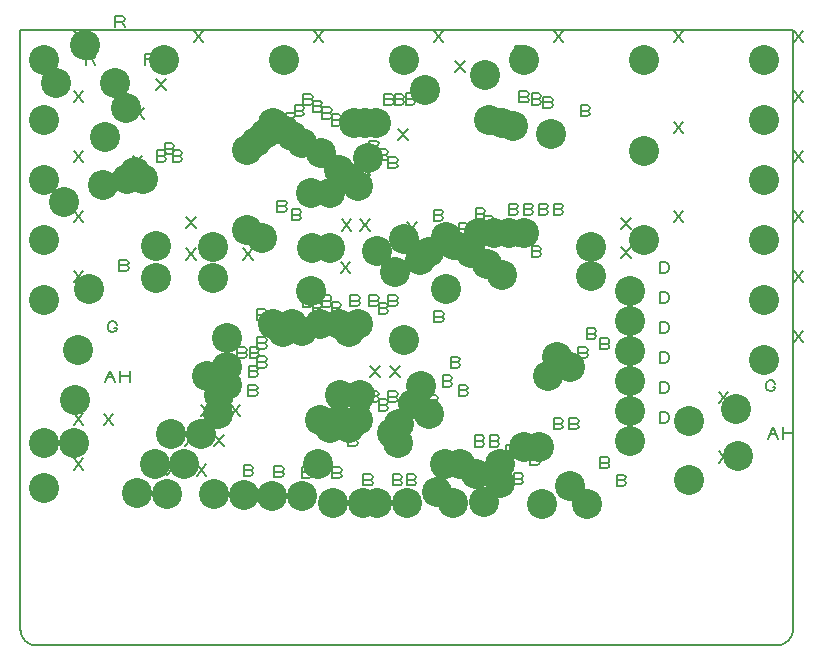
<source format=gbr>
G04 #@! TF.Part,Single*
G04 #@! TF.FileFunction,Drillmap *
G04 #@! TF.FilePolarity,Positive *
%FSLAX35Y35*%
%MOIN*%
%ADD10C,0.00500*%
G04 #@! TA.AperFunction,ViaPad*
%ADD20C,0.10000*%
X0Y0D02*
D02*
D10*
X142450Y9569D02*
X389310D01*
G75*
G03X394807Y15066J5497*
G01*
Y214707*
X137170*
Y14849*
G75*
G03X142450Y9569I5280*
G01*
X154985Y68144D02*
X158110Y71894D01*
X154985D02*
X158110Y68144D01*
X154985Y83144D02*
X158110Y86894D01*
X154985D02*
X158110Y83144D01*
X154985Y130644D02*
X158110Y134394D01*
X154985D02*
X158110Y130644D01*
X154985Y150644D02*
X158110Y154394D01*
X154985D02*
X158110Y150644D01*
X154985Y170644D02*
X158110Y174394D01*
X154985D02*
X158110Y170644D01*
X154985Y190644D02*
X158110Y194394D01*
X154985D02*
X158110Y190644D01*
X154985Y210644D02*
X158110Y214394D01*
X154985D02*
X158110Y210644D01*
X158973Y203052D02*
Y206802D01*
X161161*
X161786Y206489*
X162098Y205864*
X161786Y205239*
X161161Y204927*
X158973*
X161161D02*
X162098Y203052D01*
X161560Y163364D02*
X164685Y167114D01*
X161560D02*
X164685Y163364D01*
X164930Y83116D02*
X168055Y86866D01*
X164930D02*
X168055Y83116D01*
X165437Y97396D02*
X167000Y101146D01*
X168563Y97396*
X166063Y98959D02*
X167937D01*
X170437Y97396D02*
Y101146D01*
Y99271D02*
X173563D01*
Y97396D02*
Y101146D01*
X168452Y115494D02*
X169389D01*
Y115181*
X169077Y114557*
X168764Y114244*
X168139Y113931*
X167514*
X166889Y114244*
X166577Y114557*
X166264Y115181*
Y116431*
X166577Y117057*
X166889Y117369*
X167514Y117681*
X168139*
X168764Y117369*
X169077Y117057*
X169389Y116431*
X168816Y215650D02*
Y219400D01*
X171003*
X171628Y219088*
X171941Y218463*
X171628Y217838*
X171003Y217525*
X168816*
X171003D02*
X171941Y215650D01*
X172365Y136285D02*
X172990Y135972D01*
X173302Y135348*
X172990Y134722*
X172365Y134410*
X170177*
Y138160*
X172365*
X172990Y137848*
X173302Y137222*
X172990Y136598*
X172365Y136285*
X170177*
X174665Y168980D02*
X177790Y172730D01*
X174665D02*
X177790Y168980D01*
X175413Y185080D02*
X178539Y188830D01*
X175413D02*
X178539Y185080D01*
X178658Y203052D02*
Y206802D01*
X180846*
X181471Y206489*
X181783Y205864*
X181471Y205239*
X180846Y204927*
X178658*
X180846D02*
X181783Y203052D01*
X182527Y194565D02*
X185652Y198315D01*
X182527D02*
X185652Y194565D01*
X184839Y172728D02*
X185465Y172415D01*
X185777Y171790*
X185465Y171165*
X184839Y170852*
X182652*
Y174602*
X184839*
X185465Y174290*
X185777Y173665*
X185465Y173040*
X184839Y172728*
X182652*
X187460Y175224D02*
X188085Y174911D01*
X188398Y174286*
X188085Y173661*
X187460Y173348*
X185273*
Y177098*
X187460*
X188085Y176786*
X188398Y176161*
X188085Y175536*
X187460Y175224*
X185273*
X186022Y66392D02*
X189147Y70142D01*
X186022D02*
X189147Y66392D01*
X190081Y172728D02*
X190706Y172415D01*
X191019Y171790*
X190706Y171165*
X190081Y170852*
X187894*
Y174602*
X190081*
X190706Y174290*
X191019Y173665*
X190706Y173040*
X190081Y172728*
X187894*
X191887Y76002D02*
X195013Y79752D01*
X191887D02*
X195013Y76002D01*
X192511Y138154D02*
X195637Y141904D01*
X192511D02*
X195637Y138154D01*
X192511Y148637D02*
X195637Y152387D01*
X192511D02*
X195637Y148637D01*
X194985Y210644D02*
X198110Y214394D01*
X194985D02*
X198110Y210644D01*
X196006Y66143D02*
X199131Y69893D01*
X196006D02*
X199131Y66143D01*
X197254Y86111D02*
X200379Y89861D01*
X197254D02*
X200379Y86111D01*
X201872Y76002D02*
X204997Y79752D01*
X201872D02*
X204997Y76002D01*
X207238Y86111D02*
X210363Y89861D01*
X207238D02*
X210363Y86111D01*
X211672Y107206D02*
X212297Y106893D01*
X212610Y106269*
X212297Y105643*
X211672Y105331*
X209485*
Y109081*
X211672*
X212297Y108769*
X212610Y108143*
X212297Y107519*
X211672Y107206*
X209485*
X211481Y138154D02*
X214607Y141904D01*
X211481D02*
X214607Y138154D01*
X211481Y148263D02*
X214607Y152013D01*
X211481D02*
X214607Y148263D01*
X213794Y67893D02*
X214419Y67580D01*
X214731Y66956*
X214419Y66330*
X213794Y66018*
X211606*
Y69768*
X213794*
X214419Y69456*
X214731Y68830*
X214419Y68206*
X213794Y67893*
X211606*
X215291Y94607D02*
X215917Y94295D01*
X216229Y93670*
X215917Y93045*
X215291Y92732*
X213104*
Y96482*
X215291*
X215917Y96170*
X216229Y95545*
X215917Y94920*
X215291Y94607*
X213104*
X215541Y100907D02*
X216166Y100594D01*
X216479Y99969*
X216166Y99344*
X215541Y99031*
X213354*
Y102781*
X215541*
X216166Y102469*
X216479Y101844*
X216166Y101219*
X215541Y100907*
X213354*
X215915Y107206D02*
X216541Y106893D01*
X216853Y106269*
X216541Y105643*
X215915Y105331*
X213728*
Y109081*
X215915*
X216541Y108769*
X216853Y108143*
X216541Y107519*
X215915Y107206*
X213728*
X218287Y104056D02*
X218912Y103744D01*
X219224Y103119*
X218912Y102494*
X218287Y102181*
X216099*
Y105931*
X218287*
X218912Y105619*
X219224Y104994*
X218912Y104369*
X218287Y104056*
X216099*
X218287Y110356D02*
X218912Y110043D01*
X219224Y109418*
X218912Y108793*
X218287Y108480*
X216099*
Y112230*
X218287*
X218912Y111918*
X219224Y111293*
X218912Y110668*
X218287Y110356*
X216099*
X218287Y119804D02*
X218912Y119492D01*
X219224Y118867*
X218912Y118242*
X218287Y117929*
X216099*
Y121679*
X218287*
X218912Y121367*
X219224Y120742*
X218912Y120117*
X218287Y119804*
X216099*
X224028Y67519D02*
X224653Y67206D01*
X224965Y66581*
X224653Y65956*
X224028Y65643*
X221840*
Y69393*
X224028*
X224653Y69081*
X224965Y68456*
X224653Y67831*
X224028Y67519*
X221840*
X224776Y182587D02*
X225402Y182274D01*
X225714Y181650*
X225402Y181024*
X224776Y180712*
X222589*
Y184462*
X224776*
X225402Y184150*
X225714Y183524*
X225402Y182900*
X224776Y182587*
X222589*
X225026Y156004D02*
X225651Y155691D01*
X225964Y155067*
X225651Y154441*
X225026Y154129*
X222839*
Y157879*
X225026*
X225651Y157567*
X225964Y156941*
X225651Y156317*
X225026Y156004*
X222839*
X227772Y185333D02*
X228397Y185020D01*
X228709Y184395*
X228397Y183770*
X227772Y183457*
X225584*
Y187207*
X227772*
X228397Y186895*
X228709Y186270*
X228397Y185645*
X227772Y185333*
X225584*
X229893Y153133D02*
X230519Y152821D01*
X230831Y152196*
X230519Y151571*
X229893Y151258*
X227706*
Y155008*
X229893*
X230519Y154696*
X230831Y154071*
X230519Y153446*
X229893Y153133*
X227706*
X230767Y187826D02*
X231392Y187513D01*
X231705Y186889*
X231392Y186263*
X230767Y185951*
X228580*
Y189701*
X230767*
X231392Y189389*
X231705Y188763*
X231392Y188139*
X230767Y187826*
X228580*
X233263Y67269D02*
X233888Y66956D01*
X234201Y66331*
X233888Y65706*
X233263Y65394*
X231076*
Y69144*
X233263*
X233888Y68831*
X234201Y68206*
X233888Y67581*
X233263Y67269*
X231076*
X233637Y191573D02*
X234263Y191260D01*
X234575Y190635*
X234263Y190010*
X233637Y189698*
X231450*
Y193448*
X233637*
X234263Y193135*
X234575Y192510*
X234263Y191885*
X233637Y191573*
X231450*
X233644Y124429D02*
X234269Y124116D01*
X234582Y123491*
X234269Y122866*
X233644Y122554*
X231457*
Y126304*
X233644*
X234269Y125991*
X234582Y125366*
X234269Y124741*
X233644Y124429*
X231457*
X236794Y121933D02*
X237419Y121620D01*
X237731Y120995*
X237419Y120370*
X236794Y120057*
X234606*
Y123807*
X236794*
X237419Y123495*
X237731Y122870*
X237419Y122245*
X236794Y121933*
X234606*
X236882Y189326D02*
X237507Y189014D01*
X237820Y188389*
X237507Y187764*
X236882Y187451*
X234695*
Y191201*
X236882*
X237507Y190889*
X237820Y190264*
X237507Y189639*
X236882Y189326*
X234695*
X234985Y210644D02*
X238110Y214394D01*
X234985D02*
X238110Y210644D01*
X239943Y124429D02*
X240569Y124116D01*
X240881Y123491*
X240569Y122866*
X239943Y122554*
X237756*
Y126304*
X239943*
X240569Y125991*
X240881Y125366*
X240569Y124741*
X239943Y124429*
X237756*
X240002Y187080D02*
X240628Y186767D01*
X240940Y186143*
X240628Y185517*
X240002Y185205*
X237815*
Y188955*
X240002*
X240628Y188643*
X240940Y188017*
X240628Y187393*
X240002Y187080*
X237815*
X243093Y122057D02*
X243718Y121745D01*
X244031Y121120*
X243718Y120495*
X243093Y120182*
X240906*
Y123932*
X243093*
X243718Y123620*
X244031Y122995*
X243718Y122370*
X243093Y122057*
X240906*
X243122Y184709D02*
X243748Y184396D01*
X244060Y183771*
X243748Y183146*
X243122Y182833*
X240935*
Y186583*
X243122*
X243748Y186271*
X244060Y185646*
X243748Y185021*
X243122Y184709*
X240935*
X243372Y67144D02*
X243997Y66831D01*
X244310Y66207*
X243997Y65581*
X243372Y65269*
X241185*
Y69019*
X243372*
X243997Y68707*
X244310Y68081*
X243997Y67457*
X243372Y67144*
X241185*
X244055Y133661D02*
X247180Y137411D01*
X244055D02*
X247180Y133661D01*
X244180Y166235D02*
X247305Y169985D01*
X244180D02*
X247305Y166235D01*
X244305Y147889D02*
X247430Y151639D01*
X244305D02*
X247430Y147889D01*
X248614Y78002D02*
X249239Y77689D01*
X249552Y77065*
X249239Y76439*
X248614Y76127*
X246426*
Y79877*
X248614*
X249239Y79565*
X249552Y78939*
X249239Y78315*
X248614Y78002*
X246426*
X249392Y92604D02*
X250017Y92291D01*
X250330Y91667*
X250017Y91041*
X249392Y90729*
X247205*
Y94479*
X249392*
X250017Y94167*
X250330Y93541*
X250017Y92917*
X249392Y92604*
X247205*
X249392Y124554D02*
X250017Y124241D01*
X250330Y123616*
X250017Y122991*
X249392Y122678*
X247205*
Y126428*
X249392*
X250017Y126116*
X250330Y125491*
X250017Y124866*
X249392Y124554*
X247205*
X249487Y181589D02*
X250113Y181276D01*
X250425Y180651*
X250113Y180026*
X249487Y179713*
X247300*
Y183463*
X249487*
X250113Y183151*
X250425Y182526*
X250113Y181901*
X249487Y181589*
X247300*
X252542Y89733D02*
X253167Y89421D01*
X253480Y88796*
X253167Y88171*
X252542Y87858*
X250354*
Y91608*
X252542*
X253167Y91296*
X253480Y90671*
X253167Y90046*
X252542Y89733*
X250354*
X250545Y147889D02*
X253670Y151639D01*
X250545D02*
X253670Y147889D01*
X250545Y166235D02*
X253670Y169985D01*
X250545D02*
X253670Y166235D01*
X253731Y64773D02*
X254356Y64460D01*
X254669Y63835*
X254356Y63210*
X253731Y62898*
X251543*
Y66648*
X253731*
X254356Y66335*
X254669Y65710*
X254356Y65085*
X253731Y64773*
X251543*
X255691Y92604D02*
X256317Y92291D01*
X256629Y91667*
X256317Y91041*
X255691Y90729*
X253504*
Y94479*
X255691*
X256317Y94167*
X256629Y93541*
X256317Y92917*
X255691Y92604*
X253504*
X255691Y124554D02*
X256317Y124241D01*
X256629Y123616*
X256317Y122991*
X255691Y122678*
X253504*
Y126428*
X255691*
X256317Y126116*
X256629Y125491*
X256317Y124866*
X255691Y124554*
X253504*
X255691Y175972D02*
X256317Y175660D01*
X256629Y175035*
X256317Y174410*
X255691Y174097*
X253504*
Y177847*
X255691*
X256317Y177535*
X256629Y176910*
X256317Y176285*
X255691Y175972*
X253504*
X253790Y98966D02*
X256915Y102716D01*
X253790D02*
X256915Y98966D01*
X258841Y89733D02*
X259466Y89421D01*
X259779Y88796*
X259466Y88171*
X258841Y87858*
X256654*
Y91608*
X258841*
X259466Y91296*
X259779Y90671*
X259466Y90046*
X258841Y89733*
X256654*
X258841Y121933D02*
X259466Y121620D01*
X259779Y120995*
X259466Y120370*
X258841Y120057*
X256654*
Y123807*
X258841*
X259466Y123495*
X259779Y122870*
X259466Y122245*
X258841Y121933*
X256654*
X258848Y173102D02*
X259473Y172789D01*
X259785Y172165*
X259473Y171539*
X258848Y171227*
X256660*
Y174977*
X258848*
X259473Y174665*
X259785Y174039*
X259473Y173415*
X258848Y173102*
X256660*
X260720Y191573D02*
X261345Y191260D01*
X261657Y190635*
X261345Y190010*
X260720Y189698*
X258532*
Y193448*
X260720*
X261345Y193135*
X261657Y192510*
X261345Y191885*
X260720Y191573*
X258532*
X261968Y170481D02*
X262593Y170169D01*
X262906Y169544*
X262593Y168919*
X261968Y168606*
X259780*
Y172356*
X261968*
X262593Y172044*
X262906Y171419*
X262593Y170794*
X261968Y170481*
X259780*
X261991Y92479D02*
X262616Y92167D01*
X262928Y91542*
X262616Y90917*
X261991Y90604*
X259803*
Y94354*
X261991*
X262616Y94042*
X262928Y93417*
X262616Y92792*
X261991Y92479*
X259803*
X261991Y124554D02*
X262616Y124241D01*
X262928Y123616*
X262616Y122991*
X261991Y122678*
X259803*
Y126428*
X261991*
X262616Y126116*
X262928Y125491*
X262616Y124866*
X261991Y124554*
X259803*
X260529Y98966D02*
X263654Y102716D01*
X260529D02*
X263654Y98966D01*
X263465Y64773D02*
X264091Y64460D01*
X264403Y63835*
X264091Y63210*
X263465Y62898*
X261278*
Y66648*
X263465*
X264091Y66335*
X264403Y65710*
X264091Y65085*
X263465Y64773*
X261278*
X264214Y191573D02*
X264839Y191260D01*
X265152Y190635*
X264839Y190010*
X264214Y189698*
X262027*
Y193448*
X264214*
X264839Y193135*
X265152Y192510*
X264839Y191885*
X264214Y191573*
X262027*
X263150Y178091D02*
X266275Y181841D01*
X263150D02*
X266275Y178091D01*
X267833Y191698D02*
X268459Y191385D01*
X268771Y190760*
X268459Y190135*
X267833Y189822*
X265646*
Y193572*
X267833*
X268459Y193260*
X268771Y192635*
X268459Y192010*
X267833Y191698*
X265646*
X268176Y64773D02*
X268801Y64460D01*
X269114Y63835*
X268801Y63210*
X268176Y62898*
X265989*
Y66648*
X268176*
X268801Y66335*
X269114Y65710*
X268801Y65085*
X268176Y64773*
X265989*
X266145Y146890D02*
X269270Y150640D01*
X266145D02*
X269270Y146890D01*
X273325Y88236D02*
X273950Y87923D01*
X274263Y87298*
X273950Y86673*
X273325Y86361*
X271137*
Y90111*
X273325*
X273950Y89798*
X274263Y89173*
X273950Y88548*
X273325Y88236*
X271137*
X271886Y139901D02*
X275011Y143651D01*
X271886D02*
X275011Y139901D01*
X275322Y84741D02*
X275947Y84429D01*
X276259Y83804*
X275947Y83179*
X275322Y82866*
X273134*
Y86616*
X275322*
X275947Y86304*
X276259Y85679*
X275947Y85054*
X275322Y84741*
X273134*
X275446Y91231D02*
X276072Y90919D01*
X276384Y90294*
X276072Y89669*
X275446Y89356*
X273259*
Y93106*
X275446*
X276072Y92794*
X276384Y92169*
X276072Y91544*
X275446Y91231*
X273259*
X274985Y210644D02*
X278110Y214394D01*
X274985D02*
X278110Y210644D01*
X277194Y153009D02*
X277819Y152696D01*
X278131Y152071*
X277819Y151446*
X277194Y151133*
X275006*
Y154883*
X277194*
X277819Y154571*
X278131Y153946*
X277819Y153321*
X277194Y153009*
X275006*
X277319Y119187D02*
X277944Y118874D01*
X278256Y118250*
X277944Y117624*
X277319Y117312*
X275131*
Y121062*
X277319*
X277944Y120750*
X278256Y120124*
X277944Y119500*
X277319Y119187*
X275131*
X278176Y64773D02*
X278801Y64460D01*
X279114Y63835*
X278801Y63210*
X278176Y62898*
X275989*
Y66648*
X278176*
X278801Y66335*
X279114Y65710*
X278801Y65085*
X278176Y64773*
X275989*
X280189Y97757D02*
X280814Y97444D01*
X281127Y96820*
X280814Y96194*
X280189Y95882*
X278002*
Y99632*
X280189*
X280814Y99320*
X281127Y98694*
X280814Y98070*
X280189Y97757*
X278002*
X282685Y146020D02*
X283310Y145707D01*
X283623Y145082*
X283310Y144457*
X282685Y144144*
X280498*
Y147894*
X282685*
X283310Y147582*
X283623Y146957*
X283310Y146332*
X282685Y146020*
X280498*
X282810Y103961D02*
X283435Y103648D01*
X283748Y103024*
X283435Y102398*
X282810Y102086*
X280622*
Y105836*
X282810*
X283435Y105524*
X283748Y104898*
X283435Y104274*
X282810Y103961*
X280622*
X282120Y200680D02*
X285245Y204430D01*
X282120D02*
X285245Y200680D01*
X285431Y94601D02*
X286056Y94288D01*
X286369Y93663*
X286056Y93038*
X285431Y92726*
X283243*
Y96476*
X285431*
X286056Y96163*
X286369Y95538*
X286056Y94913*
X285431Y94601*
X283243*
X285431Y148516D02*
X286056Y148203D01*
X286369Y147578*
X286056Y146953*
X285431Y146641*
X283243*
Y150391*
X285431*
X286056Y150078*
X286369Y149453*
X286056Y148828*
X285431Y148516*
X283243*
X288176Y68392D02*
X288802Y68080D01*
X289114Y67455*
X288802Y66830*
X288176Y66517*
X285989*
Y70267*
X288176*
X288802Y69955*
X289114Y69330*
X288802Y68705*
X288176Y68392*
X285989*
X290922Y77752D02*
X291547Y77440D01*
X291860Y76815*
X291547Y76190*
X290922Y75877*
X288735*
Y79627*
X290922*
X291547Y79315*
X291860Y78690*
X291547Y78065*
X290922Y77752*
X288735*
X291172Y153508D02*
X291797Y153195D01*
X292109Y152570*
X291797Y151945*
X291172Y151633*
X288984*
Y155383*
X291172*
X291797Y155070*
X292109Y154445*
X291797Y153820*
X291172Y153508*
X288984*
X291296Y136160D02*
X291922Y135848D01*
X292234Y135223*
X291922Y134598*
X291296Y134285*
X289109*
Y138035*
X291296*
X291922Y137723*
X292234Y137098*
X291922Y136473*
X291296Y136160*
X289109*
X293418Y64898D02*
X294043Y64585D01*
X294356Y63960*
X294043Y63335*
X293418Y63022*
X291231*
Y66772*
X293418*
X294043Y66460*
X294356Y65835*
X294043Y65210*
X293418Y64898*
X291231*
X294042Y150762D02*
X294667Y150450D01*
X294980Y149825*
X294667Y149200*
X294042Y148887*
X291855*
Y152637*
X294042*
X294667Y152325*
X294980Y151700*
X294667Y151075*
X294042Y150762*
X291855*
X295914Y77752D02*
X296539Y77440D01*
X296852Y76815*
X296539Y76190*
X295914Y75877*
X293727*
Y79627*
X295914*
X296539Y79315*
X296852Y78690*
X296539Y78065*
X295914Y77752*
X293727*
X299409Y148141D02*
X300034Y147829D01*
X300346Y147204*
X300034Y146579*
X299409Y146266*
X297221*
Y150016*
X299409*
X300034Y149704*
X300346Y149079*
X300034Y148454*
X299409Y148141*
X297221*
X301281Y74507D02*
X301906Y74195D01*
X302219Y73570*
X301906Y72945*
X301281Y72632*
X299093*
Y76382*
X301281*
X301906Y76070*
X302219Y75445*
X301906Y74820*
X301281Y74507*
X299093*
X302172Y155006D02*
X302797Y154693D01*
X303110Y154068*
X302797Y153443*
X302172Y153130*
X299985*
Y156880*
X302172*
X302797Y156568*
X303110Y155943*
X302797Y155318*
X302172Y155006*
X299985*
X303902Y65147D02*
X304527Y64835D01*
X304839Y64210*
X304527Y63585*
X303902Y63272*
X301714*
Y67022*
X303902*
X304527Y66710*
X304839Y66085*
X304527Y65460*
X303902Y65147*
X301714*
X304151Y207548D02*
X304776Y207235D01*
X305089Y206610*
X304776Y205985*
X304151Y205672*
X301964*
Y209422*
X304151*
X304776Y209110*
X305089Y208485*
X304776Y207860*
X304151Y207548*
X301964*
X304775Y144647D02*
X305400Y144334D01*
X305713Y143709*
X305400Y143084*
X304775Y142772*
X302588*
Y146522*
X304775*
X305400Y146209*
X305713Y145584*
X305400Y144959*
X304775Y144647*
X302588*
X305649Y192446D02*
X306274Y192134D01*
X306587Y191509*
X306274Y190884*
X305649Y190571*
X303461*
Y194321*
X305649*
X306274Y194009*
X306587Y193384*
X306274Y192759*
X305649Y192446*
X303461*
X307172Y155006D02*
X307797Y154693D01*
X308110Y154068*
X307797Y153443*
X307172Y153130*
X304985*
Y156880*
X307172*
X307797Y156568*
X308110Y155943*
X307797Y155318*
X307172Y155006*
X304985*
X309393Y71512D02*
X310018Y71200D01*
X310331Y70575*
X310018Y69950*
X309393Y69637*
X307206*
Y73387*
X309393*
X310018Y73075*
X310331Y72450*
X310018Y71825*
X309393Y71512*
X307206*
X309393Y77752D02*
X310018Y77440D01*
X310331Y76815*
X310018Y76190*
X309393Y75877*
X307206*
Y79627*
X309393*
X310018Y79315*
X310331Y78690*
X310018Y78065*
X309393Y77752*
X307206*
X309767Y140903D02*
X310393Y140590D01*
X310705Y139965*
X310393Y139340*
X309767Y139028*
X307580*
Y142778*
X309767*
X310393Y142465*
X310705Y141840*
X310393Y141215*
X309767Y140903*
X307580*
X309767Y191698D02*
X310393Y191385D01*
X310705Y190760*
X310393Y190135*
X309767Y189822*
X307580*
Y193572*
X309767*
X310393Y193260*
X310705Y192635*
X310393Y192010*
X309767Y191698*
X307580*
X312172Y155006D02*
X312797Y154693D01*
X313110Y154068*
X312797Y153443*
X312172Y153130*
X309985*
Y156880*
X312172*
X312797Y156568*
X313110Y155943*
X312797Y155318*
X312172Y155006*
X309985*
X313636Y190574D02*
X314261Y190262D01*
X314574Y189637*
X314261Y189012*
X313636Y188699*
X311449*
Y192449*
X313636*
X314261Y192137*
X314574Y191512*
X314261Y190887*
X313636Y190574*
X311449*
X317172Y83493D02*
X317797Y83181D01*
X318110Y82556*
X317797Y81931*
X317172Y81618*
X314985*
Y85368*
X317172*
X317797Y85056*
X318110Y84431*
X317797Y83806*
X317172Y83493*
X314985*
X317172Y155006D02*
X317797Y154693D01*
X318110Y154068*
X317797Y153443*
X317172Y153130*
X314985*
Y156880*
X317172*
X317797Y156568*
X318110Y155943*
X317797Y155318*
X317172Y155006*
X314985*
Y210644D02*
X318110Y214394D01*
X314985D02*
X318110Y210644D01*
X322372Y83493D02*
X322998Y83181D01*
X323310Y82556*
X322998Y81931*
X322372Y81618*
X320185*
Y85368*
X322372*
X322998Y85056*
X323310Y84431*
X322998Y83806*
X322372Y83493*
X320185*
X323121Y64523D02*
X323746Y64211D01*
X324059Y63586*
X323746Y62961*
X323121Y62648*
X320934*
Y66398*
X323121*
X323746Y66086*
X324059Y65461*
X323746Y64836*
X323121Y64523*
X320934*
X325368Y107206D02*
X325993Y106893D01*
X326306Y106269*
X325993Y105643*
X325368Y105331*
X323180*
Y109081*
X325368*
X325993Y108769*
X326306Y108143*
X325993Y107519*
X325368Y107206*
X323180*
X326117Y187829D02*
X326742Y187516D01*
X327054Y186891*
X326742Y186266*
X326117Y185954*
X323929*
Y189704*
X326117*
X326742Y189391*
X327054Y188766*
X326742Y188141*
X326117Y187829*
X323929*
X328238Y113505D02*
X328863Y113193D01*
X329176Y112568*
X328863Y111943*
X328238Y111630*
X326051*
Y115380*
X328238*
X328863Y115068*
X329176Y114443*
X328863Y113818*
X328238Y113505*
X326051*
X332606Y70514D02*
X333231Y70201D01*
X333544Y69576*
X333231Y68951*
X332606Y68639*
X330419*
Y72389*
X332606*
X333231Y72076*
X333544Y71451*
X333231Y70826*
X332606Y70514*
X330419*
X332606Y110201D02*
X333231Y109889D01*
X333544Y109264*
X333231Y108639*
X332606Y108326*
X330419*
Y112076*
X332606*
X333231Y111764*
X333544Y111139*
X333231Y110514*
X332606Y110201*
X330419*
X338176Y64648D02*
X338801Y64335D01*
X339114Y63711*
X338801Y63085*
X338176Y62773*
X335989*
Y66523*
X338176*
X338801Y66211*
X339114Y65585*
X338801Y64961*
X338176Y64648*
X335989*
X337533Y138653D02*
X340658Y142403D01*
X337533D02*
X340658Y138653D01*
X337533Y148388D02*
X340658Y152138D01*
X337533D02*
X340658Y148388D01*
X350263Y83661D02*
Y87411D01*
X352138*
X352763Y87099*
X353075Y86786*
X353388Y86161*
Y84911*
X353075Y84286*
X352763Y83974*
X352138Y83661*
X350263*
Y93661D02*
Y97411D01*
X352138*
X352763Y97099*
X353075Y96786*
X353388Y96161*
Y94911*
X353075Y94286*
X352763Y93974*
X352138Y93661*
X350263*
Y103661D02*
Y107411D01*
X352138*
X352763Y107099*
X353075Y106786*
X353388Y106161*
Y104911*
X353075Y104286*
X352763Y103974*
X352138Y103661*
X350263*
Y113661D02*
Y117411D01*
X352138*
X352763Y117099*
X353075Y116786*
X353388Y116161*
Y114911*
X353075Y114286*
X352763Y113974*
X352138Y113661*
X350263*
Y123661D02*
Y127411D01*
X352138*
X352763Y127099*
X353075Y126786*
X353388Y126161*
Y124911*
X353075Y124286*
X352763Y123974*
X352138Y123661*
X350263*
Y133661D02*
Y137411D01*
X352138*
X352763Y137099*
X353075Y136786*
X353388Y136161*
Y134911*
X353075Y134286*
X352763Y133974*
X352138Y133661*
X350263*
X354943Y180337D02*
X358068Y184087D01*
X354943D02*
X358068Y180337D01*
X354985Y150644D02*
X358110Y154394D01*
X354985D02*
X358110Y150644D01*
X354985Y210644D02*
X358110Y214394D01*
X354985D02*
X358110Y210644D01*
X369981Y70511D02*
X373107Y74261D01*
X369981D02*
X373107Y70511D01*
X369981Y90354D02*
X373107Y94104D01*
X369981D02*
X373107Y90354D01*
X387900Y95809D02*
X388838D01*
Y95496*
X388526Y94872*
X388213Y94559*
X387588Y94246*
X386963*
X386338Y94559*
X386026Y94872*
X385713Y95496*
Y96746*
X386026Y97372*
X386338Y97684*
X386963Y97996*
X387588*
X388213Y97684*
X388526Y97372*
X388838Y96746*
X386540Y78498D02*
X388102Y82248D01*
X389665Y78498*
X387165Y80061D02*
X389040D01*
X391540Y78498D02*
Y82248D01*
Y80374D02*
X394665D01*
Y78498D02*
Y82248D01*
X394985Y110644D02*
X398110Y114394D01*
X394985D02*
X398110Y110644D01*
X394985Y130644D02*
X398110Y134394D01*
X394985D02*
X398110Y130644D01*
X394985Y150644D02*
X398110Y154394D01*
X394985D02*
X398110Y150644D01*
X394985Y170644D02*
X398110Y174394D01*
X394985D02*
X398110Y170644D01*
X394985Y190644D02*
X398110Y194394D01*
X394985D02*
X398110Y190644D01*
X394985Y210644D02*
X398110Y214394D01*
X394985D02*
X398110Y210644D01*
D02*
D20*
X144985Y62207D03*
Y77207D03*
Y124707D03*
Y144707D03*
Y164707D03*
Y184707D03*
Y204707D03*
X148973Y197114D03*
X151560Y157427D03*
X154930Y77178D03*
X155437Y91459D03*
X156264Y107994D03*
X158816Y209713D03*
X160177Y128472D03*
X164665Y163043D03*
X165413Y179143D03*
X168658Y197114D03*
X172527Y188628D03*
X172652Y164915D03*
X175273Y167411D03*
X176022Y60455D03*
X177894Y164915D03*
X181887Y70065D03*
X182511Y132217D03*
Y142700D03*
X184985Y204707D03*
X186006Y60205D03*
X187254Y80174D03*
X191872Y70065D03*
X197238Y80174D03*
X199485Y99393D03*
X201481Y132217D03*
Y142326D03*
X201606Y60080D03*
X203104Y86795D03*
X203354Y93094D03*
X203728Y99393D03*
X206099Y96244D03*
Y102543D03*
Y111992D03*
X211840Y59706D03*
X212589Y174774D03*
X212839Y148191D03*
X215584Y177520D03*
X217706Y145321D03*
X218580Y180013D03*
X221076Y59456D03*
X221450Y183760D03*
X221457Y116616D03*
X224606Y114120D03*
X224695Y181514D03*
X224985Y204707D03*
X227756Y116616D03*
X227815Y179267D03*
X230906Y114245D03*
X230935Y176896D03*
X231185Y59331D03*
X234055Y127724D03*
X234180Y160297D03*
X234305Y141951D03*
X236426Y70189D03*
X237205Y84791D03*
Y116741D03*
X237300Y173776D03*
X240354Y81921D03*
X240545Y141951D03*
Y160297D03*
X241543Y56960D03*
X243504Y84791D03*
Y116741D03*
Y168160D03*
X243790Y93028D03*
X246654Y81921D03*
Y114120D03*
X246660Y165289D03*
X248532Y183760D03*
X249780Y162669D03*
X249803Y84667D03*
Y116741D03*
X250529Y93028D03*
X251278Y56960D03*
X252027Y183760D03*
X253150Y172154D03*
X255646Y183885D03*
X255989Y56960D03*
X256145Y140953D03*
X261137Y80423D03*
X261886Y133964D03*
X263134Y76929D03*
X263259Y83419D03*
X264985Y204707D03*
X265006Y145196D03*
X265131Y111374D03*
X265989Y56960D03*
X268002Y89944D03*
X270498Y138207D03*
X270622Y96148D03*
X272120Y194743D03*
X273243Y86788D03*
Y140703D03*
X275989Y60580D03*
X278735Y69940D03*
X278984Y145695D03*
X279109Y128348D03*
X281231Y57085D03*
X281855Y142950D03*
X283727Y69940D03*
X287221Y140329D03*
X289093Y66695D03*
X289985Y147193D03*
X291714Y57335D03*
X291964Y199735D03*
X292588Y136834D03*
X293461Y184634D03*
X294985Y147193D03*
X297206Y63700D03*
Y69940D03*
X297580Y133090D03*
Y183885D03*
X299985Y147193D03*
X301449Y182762D03*
X304985Y75681D03*
Y147193D03*
Y204707D03*
X310185Y75681D03*
X310934Y56711D03*
X313180Y99393D03*
X313929Y180016D03*
X316051Y105693D03*
X320419Y62701D03*
Y102389D03*
X325989Y56835D03*
X327533Y132716D03*
Y142450D03*
X340263Y77724D03*
Y87724D03*
Y97724D03*
Y107724D03*
Y117724D03*
Y127724D03*
X344943Y174400D03*
X344985Y144707D03*
Y204707D03*
X359981Y64573D03*
Y84417D03*
X375713Y88309D03*
X376540Y72561D03*
X384985Y104707D03*
Y124707D03*
Y144707D03*
Y164707D03*
Y184707D03*
Y204707D03*
X0Y0D02*
M02*

</source>
